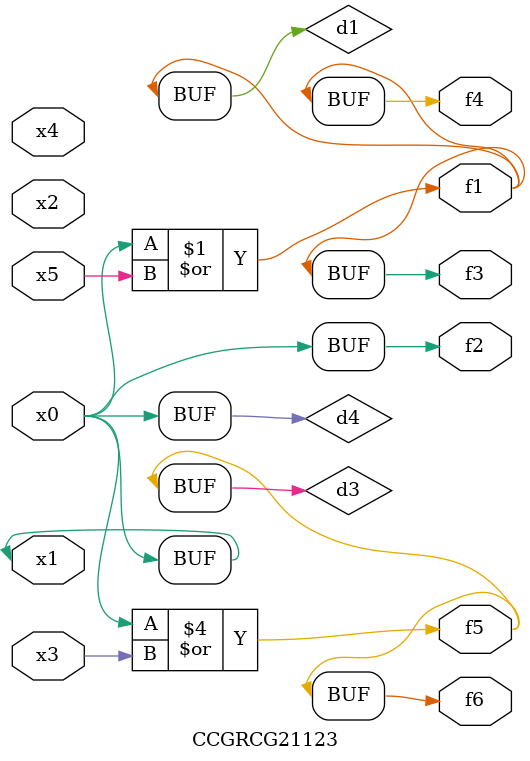
<source format=v>
module CCGRCG21123(
	input x0, x1, x2, x3, x4, x5,
	output f1, f2, f3, f4, f5, f6
);

	wire d1, d2, d3, d4;

	or (d1, x0, x5);
	xnor (d2, x1, x4);
	or (d3, x0, x3);
	buf (d4, x0, x1);
	assign f1 = d1;
	assign f2 = d4;
	assign f3 = d1;
	assign f4 = d1;
	assign f5 = d3;
	assign f6 = d3;
endmodule

</source>
